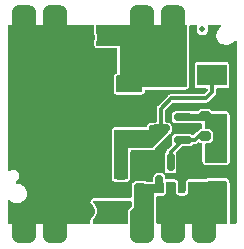
<source format=gbr>
%TF.GenerationSoftware,KiCad,Pcbnew,6.0.0-d3dd2cf0fa~116~ubuntu20.04.1*%
%TF.CreationDate,2022-02-06T14:44:08+01:00*%
%TF.ProjectId,vreg1,76726567-312e-46b6-9963-61645f706362,rev?*%
%TF.SameCoordinates,Original*%
%TF.FileFunction,Copper,L1,Top*%
%TF.FilePolarity,Positive*%
%FSLAX46Y46*%
G04 Gerber Fmt 4.6, Leading zero omitted, Abs format (unit mm)*
G04 Created by KiCad (PCBNEW 6.0.0-d3dd2cf0fa~116~ubuntu20.04.1) date 2022-02-06 14:44:08*
%MOMM*%
%LPD*%
G01*
G04 APERTURE LIST*
G04 Aperture macros list*
%AMRoundRect*
0 Rectangle with rounded corners*
0 $1 Rounding radius*
0 $2 $3 $4 $5 $6 $7 $8 $9 X,Y pos of 4 corners*
0 Add a 4 corners polygon primitive as box body*
4,1,4,$2,$3,$4,$5,$6,$7,$8,$9,$2,$3,0*
0 Add four circle primitives for the rounded corners*
1,1,$1+$1,$2,$3*
1,1,$1+$1,$4,$5*
1,1,$1+$1,$6,$7*
1,1,$1+$1,$8,$9*
0 Add four rect primitives between the rounded corners*
20,1,$1+$1,$2,$3,$4,$5,0*
20,1,$1+$1,$4,$5,$6,$7,0*
20,1,$1+$1,$6,$7,$8,$9,0*
20,1,$1+$1,$8,$9,$2,$3,0*%
G04 Aperture macros list end*
%TA.AperFunction,SMDPad,CuDef*%
%ADD10C,0.500000*%
%TD*%
%TA.AperFunction,SMDPad,CuDef*%
%ADD11RoundRect,0.200000X0.275000X-0.200000X0.275000X0.200000X-0.275000X0.200000X-0.275000X-0.200000X0*%
%TD*%
%TA.AperFunction,SMDPad,CuDef*%
%ADD12RoundRect,0.150000X0.150000X-0.587500X0.150000X0.587500X-0.150000X0.587500X-0.150000X-0.587500X0*%
%TD*%
%TA.AperFunction,ComponentPad*%
%ADD13RoundRect,0.500000X0.500000X-1.000000X0.500000X1.000000X-0.500000X1.000000X-0.500000X-1.000000X0*%
%TD*%
%TA.AperFunction,SMDPad,CuDef*%
%ADD14RoundRect,0.200000X-0.275000X0.200000X-0.275000X-0.200000X0.275000X-0.200000X0.275000X0.200000X0*%
%TD*%
%TA.AperFunction,ComponentPad*%
%ADD15RoundRect,0.500000X-0.500000X1.000000X-0.500000X-1.000000X0.500000X-1.000000X0.500000X1.000000X0*%
%TD*%
%TA.AperFunction,SMDPad,CuDef*%
%ADD16RoundRect,0.250000X0.625000X-0.375000X0.625000X0.375000X-0.625000X0.375000X-0.625000X-0.375000X0*%
%TD*%
%TA.AperFunction,SMDPad,CuDef*%
%ADD17RoundRect,0.150000X0.587500X0.150000X-0.587500X0.150000X-0.587500X-0.150000X0.587500X-0.150000X0*%
%TD*%
%TA.AperFunction,SMDPad,CuDef*%
%ADD18RoundRect,0.250000X0.325000X0.650000X-0.325000X0.650000X-0.325000X-0.650000X0.325000X-0.650000X0*%
%TD*%
%TA.AperFunction,SMDPad,CuDef*%
%ADD19RoundRect,0.225000X0.225000X0.250000X-0.225000X0.250000X-0.225000X-0.250000X0.225000X-0.250000X0*%
%TD*%
%TA.AperFunction,SMDPad,CuDef*%
%ADD20R,2.200000X1.200000*%
%TD*%
%TA.AperFunction,SMDPad,CuDef*%
%ADD21R,6.400000X5.800000*%
%TD*%
%TA.AperFunction,SMDPad,CuDef*%
%ADD22R,2.500000X1.800000*%
%TD*%
%TA.AperFunction,ComponentPad*%
%ADD23R,1.350000X1.350000*%
%TD*%
%TA.AperFunction,ComponentPad*%
%ADD24O,1.350000X1.350000*%
%TD*%
%TA.AperFunction,Conductor*%
%ADD25C,0.300000*%
%TD*%
G04 APERTURE END LIST*
D10*
%TO.P,FID2,*%
%TO.N,*%
X98200000Y-94000000D03*
%TD*%
%TO.P,FID1,*%
%TO.N,*%
X114000000Y-82400000D03*
%TD*%
D11*
%TO.P,R2,1*%
%TO.N,/EN*%
X108700000Y-95825000D03*
%TO.P,R2,2*%
%TO.N,GND*%
X108700000Y-94175000D03*
%TD*%
D12*
%TO.P,Q1,1,B*%
%TO.N,/EN*%
X110350000Y-95537500D03*
%TO.P,Q1,2,E*%
%TO.N,GND*%
X112250000Y-95537500D03*
%TO.P,Q1,3,C*%
%TO.N,Net-(Q1-Pad3)*%
X111300000Y-93662500D03*
%TD*%
D13*
%TO.P,TP5,1,1*%
%TO.N,/INPUT*%
X114100000Y-99000000D03*
%TD*%
D14*
%TO.P,R1,1*%
%TO.N,Net-(F1-Pad2)*%
X114200000Y-89775000D03*
%TO.P,R1,2*%
%TO.N,Net-(Q1-Pad3)*%
X114200000Y-91425000D03*
%TD*%
D13*
%TO.P,TP1,1,1*%
%TO.N,GND*%
X101500000Y-99000000D03*
%TD*%
D15*
%TO.P,TP4,1,1*%
%TO.N,/OUT*%
X108900000Y-81900000D03*
%TD*%
D16*
%TO.P,F1,1*%
%TO.N,/INPUT*%
X115200000Y-95800000D03*
%TO.P,F1,2*%
%TO.N,Net-(F1-Pad2)*%
X115200000Y-93000000D03*
%TD*%
D15*
%TO.P,TP6,1,1*%
%TO.N,GND*%
X98900000Y-81900000D03*
%TD*%
D13*
%TO.P,TP7,1,1*%
%TO.N,GND*%
X98900000Y-99000000D03*
%TD*%
D17*
%TO.P,Q2,1,G*%
%TO.N,Net-(Q1-Pad3)*%
X112337500Y-91750000D03*
%TO.P,Q2,2,S*%
%TO.N,Net-(F1-Pad2)*%
X112337500Y-89850000D03*
%TO.P,Q2,3,D*%
%TO.N,/IN*%
X110462500Y-90800000D03*
%TD*%
D15*
%TO.P,TP8,1,1*%
%TO.N,/OUT*%
X111500000Y-81900000D03*
%TD*%
D18*
%TO.P,C1,1*%
%TO.N,/IN*%
X107075000Y-94200000D03*
%TO.P,C1,2*%
%TO.N,GND*%
X104125000Y-94200000D03*
%TD*%
D19*
%TO.P,C2,1*%
%TO.N,/OUT*%
X107475000Y-85000000D03*
%TO.P,C2,2*%
%TO.N,GND*%
X105925000Y-85000000D03*
%TD*%
D20*
%TO.P,U1,1,IN*%
%TO.N,/IN*%
X107800000Y-91680000D03*
D21*
%TO.P,U1,2,GND*%
%TO.N,GND*%
X101500000Y-89400000D03*
D20*
%TO.P,U1,3,OUT*%
%TO.N,/OUT*%
X107800000Y-87120000D03*
%TD*%
D13*
%TO.P,TP9,1,1*%
%TO.N,/EN*%
X108900000Y-99000000D03*
%TD*%
%TO.P,TP2,1,1*%
%TO.N,/INPUT*%
X111500000Y-99000000D03*
%TD*%
D15*
%TO.P,TP3,1,1*%
%TO.N,GND*%
X101500000Y-81900000D03*
%TD*%
D22*
%TO.P,D1,1,K*%
%TO.N,/IN*%
X114800000Y-86300000D03*
%TO.P,D1,2,A*%
%TO.N,/OUT*%
X110800000Y-86300000D03*
%TD*%
D23*
%TO.P,J2,1,Pin_1*%
%TO.N,/OUT*%
X106200000Y-83100000D03*
D24*
%TO.P,J2,2,Pin_2*%
%TO.N,GND*%
X104200000Y-83100000D03*
%TD*%
D23*
%TO.P,J1,1,Pin_1*%
%TO.N,/INPUT*%
X106200000Y-97800000D03*
D24*
%TO.P,J1,2,Pin_2*%
%TO.N,GND*%
X104200000Y-97800000D03*
%TD*%
D25*
%TO.N,/IN*%
X110462500Y-90800000D02*
X110462500Y-89137500D01*
X111350000Y-88250000D02*
X114300000Y-88250000D01*
X114800000Y-87750000D02*
X114800000Y-86300000D01*
X110462500Y-89137500D02*
X111350000Y-88250000D01*
X114300000Y-88250000D02*
X114800000Y-87750000D01*
%TO.N,Net-(Q1-Pad3)*%
X113350000Y-91750000D02*
X112337500Y-91750000D01*
X111300000Y-93662500D02*
X111300000Y-92787500D01*
X113675000Y-91425000D02*
X113350000Y-91750000D01*
X114200000Y-91425000D02*
X113675000Y-91425000D01*
X111300000Y-92787500D02*
X112337500Y-91750000D01*
%TD*%
%TA.AperFunction,Conductor*%
%TO.N,Net-(F1-Pad2)*%
G36*
X116042121Y-89570002D02*
G01*
X116088614Y-89623658D01*
X116100000Y-89676000D01*
X116100000Y-93574000D01*
X116079998Y-93642121D01*
X116026342Y-93688614D01*
X115974000Y-93700000D01*
X114326000Y-93700000D01*
X114257879Y-93679998D01*
X114211386Y-93626342D01*
X114200000Y-93574000D01*
X114200000Y-92151499D01*
X114220002Y-92083378D01*
X114273658Y-92036885D01*
X114325999Y-92025499D01*
X114506518Y-92025499D01*
X114511412Y-92024724D01*
X114590506Y-92012198D01*
X114590508Y-92012197D01*
X114600304Y-92010646D01*
X114713342Y-91953050D01*
X114803050Y-91863342D01*
X114860646Y-91750304D01*
X114875500Y-91656519D01*
X114875499Y-91193482D01*
X114860646Y-91099696D01*
X114803050Y-90986658D01*
X114713342Y-90896950D01*
X114600304Y-90839354D01*
X114590515Y-90837804D01*
X114590513Y-90837803D01*
X114563151Y-90833470D01*
X114506519Y-90824500D01*
X114325999Y-90824500D01*
X114257880Y-90804499D01*
X114211387Y-90750844D01*
X114200000Y-90698501D01*
X114200000Y-90150000D01*
X112026000Y-90150000D01*
X111957879Y-90129998D01*
X111911386Y-90076342D01*
X111900000Y-90024000D01*
X111900000Y-89676000D01*
X111920002Y-89607879D01*
X111973658Y-89561386D01*
X112026000Y-89550000D01*
X115974000Y-89550000D01*
X116042121Y-89570002D01*
G37*
%TD.AperFunction*%
%TD*%
%TA.AperFunction,Conductor*%
%TO.N,/OUT*%
G36*
X112642121Y-82020002D02*
G01*
X112688614Y-82073658D01*
X112700000Y-82126000D01*
X112700000Y-87174000D01*
X112679998Y-87242121D01*
X112626342Y-87288614D01*
X112574000Y-87300000D01*
X108900000Y-87300000D01*
X108900000Y-87624000D01*
X108879998Y-87692121D01*
X108826342Y-87738614D01*
X108774000Y-87750000D01*
X106826000Y-87750000D01*
X106757879Y-87729998D01*
X106711386Y-87676342D01*
X106700000Y-87624000D01*
X106700000Y-86426000D01*
X106720002Y-86357879D01*
X106773658Y-86311386D01*
X106826000Y-86300000D01*
X107000000Y-86300000D01*
X107000000Y-83800000D01*
X105126000Y-83800000D01*
X105057879Y-83779998D01*
X105011386Y-83726342D01*
X105000000Y-83674000D01*
X105000000Y-83490984D01*
X105006167Y-83452048D01*
X105059045Y-83289308D01*
X105059045Y-83289306D01*
X105061085Y-83283029D01*
X105080322Y-83100000D01*
X105061085Y-82916971D01*
X105006167Y-82747951D01*
X105000000Y-82709016D01*
X105000000Y-82126000D01*
X105020002Y-82057879D01*
X105073658Y-82011386D01*
X105126000Y-82000000D01*
X112574000Y-82000000D01*
X112642121Y-82020002D01*
G37*
%TD.AperFunction*%
%TD*%
%TA.AperFunction,Conductor*%
%TO.N,/INPUT*%
G36*
X107942121Y-96920002D02*
G01*
X107988614Y-96973658D01*
X108000000Y-97026000D01*
X108000000Y-97357105D01*
X107979998Y-97425226D01*
X107963095Y-97446200D01*
X107868169Y-97541126D01*
X107850405Y-97555896D01*
X107848932Y-97556908D01*
X107842686Y-97560236D01*
X107789030Y-97606729D01*
X107771555Y-97623851D01*
X107728103Y-97701533D01*
X107708101Y-97769654D01*
X107707461Y-97774102D01*
X107707460Y-97774109D01*
X107704682Y-97793435D01*
X107700000Y-97826000D01*
X107700000Y-97933090D01*
X107699868Y-97938855D01*
X107699763Y-97941141D01*
X107699500Y-97944007D01*
X107699501Y-98458090D01*
X107699501Y-98774000D01*
X107679499Y-98842121D01*
X107625843Y-98888614D01*
X107573501Y-98900000D01*
X104826000Y-98900000D01*
X104757879Y-98879998D01*
X104711386Y-98826342D01*
X104700000Y-98774000D01*
X104700000Y-98583105D01*
X104720002Y-98514984D01*
X104751937Y-98481171D01*
X104789050Y-98454207D01*
X104912195Y-98317440D01*
X105004214Y-98158059D01*
X105061085Y-97983029D01*
X105080322Y-97800000D01*
X105061085Y-97616971D01*
X105057351Y-97605477D01*
X105006256Y-97448226D01*
X105004214Y-97441941D01*
X104912195Y-97282560D01*
X104789050Y-97145793D01*
X104764470Y-97127935D01*
X104721117Y-97071714D01*
X104715042Y-97000977D01*
X104748173Y-96938186D01*
X104809994Y-96903274D01*
X104838532Y-96900000D01*
X107874000Y-96900000D01*
X107942121Y-96920002D01*
G37*
%TD.AperFunction*%
%TA.AperFunction,Conductor*%
G36*
X111691621Y-95320002D02*
G01*
X111738114Y-95373658D01*
X111749500Y-95426000D01*
X111749500Y-96158218D01*
X111750170Y-96162768D01*
X111750170Y-96162771D01*
X111758216Y-96217426D01*
X111759642Y-96227112D01*
X111811068Y-96331855D01*
X111893650Y-96414293D01*
X111998482Y-96465536D01*
X112028973Y-96469984D01*
X112062256Y-96474840D01*
X112062260Y-96474840D01*
X112066782Y-96475500D01*
X112433218Y-96475500D01*
X112437768Y-96474830D01*
X112437771Y-96474830D01*
X112492426Y-96466784D01*
X112492427Y-96466784D01*
X112502112Y-96465358D01*
X112554241Y-96439764D01*
X112597507Y-96418522D01*
X112597509Y-96418521D01*
X112606855Y-96413932D01*
X112689293Y-96331350D01*
X112740536Y-96226518D01*
X112750500Y-96158218D01*
X112750500Y-95426000D01*
X112770502Y-95357879D01*
X112824158Y-95311386D01*
X112876500Y-95300000D01*
X115974000Y-95300000D01*
X116042121Y-95320002D01*
X116088614Y-95373658D01*
X116100000Y-95426000D01*
X116100000Y-98774000D01*
X116079998Y-98842121D01*
X116026342Y-98888614D01*
X115974000Y-98900000D01*
X110226499Y-98900000D01*
X110158378Y-98879998D01*
X110111885Y-98826342D01*
X110100499Y-98774000D01*
X110100499Y-97944008D01*
X110100235Y-97941139D01*
X110100132Y-97938881D01*
X110100000Y-97933115D01*
X110100000Y-96626000D01*
X110120002Y-96557879D01*
X110173658Y-96511386D01*
X110226000Y-96500000D01*
X110574000Y-96500000D01*
X110577346Y-96499640D01*
X110577352Y-96499640D01*
X110591436Y-96498126D01*
X110616512Y-96495430D01*
X110668854Y-96484044D01*
X110678762Y-96481622D01*
X110757314Y-96439764D01*
X110810970Y-96393271D01*
X110828445Y-96376149D01*
X110871897Y-96298467D01*
X110891899Y-96230346D01*
X110893757Y-96217426D01*
X110899361Y-96178448D01*
X110899361Y-96178441D01*
X110900000Y-96174000D01*
X110900000Y-95426000D01*
X110920002Y-95357879D01*
X110973658Y-95311386D01*
X111026000Y-95300000D01*
X111623500Y-95300000D01*
X111691621Y-95320002D01*
G37*
%TD.AperFunction*%
%TD*%
%TA.AperFunction,Conductor*%
%TO.N,GND*%
G36*
X104742121Y-82020002D02*
G01*
X104788614Y-82073658D01*
X104800000Y-82126000D01*
X104800000Y-82709016D01*
X104802463Y-82740304D01*
X104808630Y-82779239D01*
X104809205Y-82781635D01*
X104809207Y-82781644D01*
X104814440Y-82803438D01*
X104815956Y-82809754D01*
X104816721Y-82812109D01*
X104816724Y-82812119D01*
X104860285Y-82946185D01*
X104865762Y-82971950D01*
X104871455Y-83026108D01*
X104877837Y-83086829D01*
X104877837Y-83113167D01*
X104868766Y-83199467D01*
X104865762Y-83228049D01*
X104860285Y-83253814D01*
X104816720Y-83387891D01*
X104816716Y-83387904D01*
X104815956Y-83390244D01*
X104808629Y-83420760D01*
X104802462Y-83459696D01*
X104800000Y-83490984D01*
X104800000Y-83674000D01*
X104804570Y-83716512D01*
X104815956Y-83768854D01*
X104818378Y-83778762D01*
X104860236Y-83857314D01*
X104906729Y-83910970D01*
X104923851Y-83928445D01*
X105001533Y-83971897D01*
X105034998Y-83981723D01*
X105065331Y-83990630D01*
X105065335Y-83990631D01*
X105069654Y-83991899D01*
X105074102Y-83992539D01*
X105074109Y-83992540D01*
X105121552Y-83999361D01*
X105121559Y-83999361D01*
X105126000Y-84000000D01*
X106674000Y-84000000D01*
X106742121Y-84020002D01*
X106788614Y-84073658D01*
X106800000Y-84126000D01*
X106800000Y-86002593D01*
X106779998Y-86070714D01*
X106726465Y-86117100D01*
X106721238Y-86118378D01*
X106642686Y-86160236D01*
X106589030Y-86206729D01*
X106571555Y-86223851D01*
X106528103Y-86301533D01*
X106508101Y-86369654D01*
X106500000Y-86426000D01*
X106500000Y-86495174D01*
X106499833Y-86498578D01*
X106499500Y-86500252D01*
X106499500Y-87739748D01*
X106511133Y-87798231D01*
X106555448Y-87864552D01*
X106565761Y-87871443D01*
X106607751Y-87899500D01*
X106621769Y-87908867D01*
X106633938Y-87911288D01*
X106633939Y-87911288D01*
X106668317Y-87918126D01*
X106680252Y-87920500D01*
X106686439Y-87920500D01*
X106690206Y-87920871D01*
X106713354Y-87925368D01*
X106765331Y-87940630D01*
X106765335Y-87940631D01*
X106769654Y-87941899D01*
X106774102Y-87942539D01*
X106774109Y-87942540D01*
X106821552Y-87949361D01*
X106821559Y-87949361D01*
X106826000Y-87950000D01*
X108774000Y-87950000D01*
X108777346Y-87949640D01*
X108777352Y-87949640D01*
X108791436Y-87948126D01*
X108816512Y-87945430D01*
X108868854Y-87934044D01*
X108878762Y-87931622D01*
X108885714Y-87927918D01*
X108886441Y-87927640D01*
X108916741Y-87920500D01*
X108919748Y-87920500D01*
X108925815Y-87919293D01*
X108925817Y-87919293D01*
X108966061Y-87911288D01*
X108966062Y-87911288D01*
X108978231Y-87908867D01*
X108992250Y-87899500D01*
X109034239Y-87871443D01*
X109044552Y-87864552D01*
X109088867Y-87798231D01*
X109100500Y-87739748D01*
X109100500Y-87626000D01*
X109120502Y-87557879D01*
X109174158Y-87511386D01*
X109226500Y-87500000D01*
X112574000Y-87500000D01*
X112577346Y-87499640D01*
X112577352Y-87499640D01*
X112591436Y-87498126D01*
X112616512Y-87495430D01*
X112668854Y-87484044D01*
X112678762Y-87481622D01*
X112757314Y-87439764D01*
X112810970Y-87393271D01*
X112828445Y-87376149D01*
X112871897Y-87298467D01*
X112891899Y-87230346D01*
X112892540Y-87225891D01*
X112899361Y-87178448D01*
X112899361Y-87178441D01*
X112900000Y-87174000D01*
X112900000Y-82126000D01*
X112920002Y-82057879D01*
X112973658Y-82011386D01*
X113026000Y-82000000D01*
X113436485Y-82000000D01*
X113504606Y-82020002D01*
X113551099Y-82073658D01*
X113561203Y-82143932D01*
X113550539Y-82179550D01*
X113525314Y-82233278D01*
X113516447Y-82252163D01*
X113515066Y-82261035D01*
X113498597Y-82366812D01*
X113494391Y-82393823D01*
X113495555Y-82402725D01*
X113495555Y-82402728D01*
X113499789Y-82435102D01*
X113512980Y-82535979D01*
X113570720Y-82667203D01*
X113576497Y-82674076D01*
X113576498Y-82674077D01*
X113634221Y-82742747D01*
X113662970Y-82776948D01*
X113782313Y-82856390D01*
X113919157Y-82899142D01*
X113928129Y-82899306D01*
X113928132Y-82899307D01*
X113993463Y-82900504D01*
X114062499Y-82901770D01*
X114071533Y-82899307D01*
X114192158Y-82866421D01*
X114192160Y-82866420D01*
X114200817Y-82864060D01*
X114322991Y-82789045D01*
X114342874Y-82767079D01*
X114413178Y-82689407D01*
X114419200Y-82682754D01*
X114481710Y-82553733D01*
X114505496Y-82412354D01*
X114505647Y-82400000D01*
X114491778Y-82303156D01*
X114486596Y-82266968D01*
X114486595Y-82266965D01*
X114485323Y-82258082D01*
X114481609Y-82249913D01*
X114448981Y-82178151D01*
X114438995Y-82107860D01*
X114468596Y-82043329D01*
X114528386Y-82005045D01*
X114563682Y-82000000D01*
X115438753Y-82000000D01*
X115506874Y-82020002D01*
X115553367Y-82073658D01*
X115563471Y-82143932D01*
X115533977Y-82208512D01*
X115508482Y-82229940D01*
X115508638Y-82230145D01*
X115504511Y-82233278D01*
X115503648Y-82234003D01*
X115497352Y-82237786D01*
X115492392Y-82242477D01*
X115492390Y-82242478D01*
X115389062Y-82340191D01*
X115366877Y-82361170D01*
X115265940Y-82509694D01*
X115199252Y-82676427D01*
X115198138Y-82683157D01*
X115198137Y-82683160D01*
X115171037Y-82846854D01*
X115169922Y-82853591D01*
X115170279Y-82860407D01*
X115170279Y-82860411D01*
X115170594Y-82866421D01*
X115179321Y-83032921D01*
X115227008Y-83206049D01*
X115310760Y-83364898D01*
X115426668Y-83502058D01*
X115432091Y-83506205D01*
X115432093Y-83506206D01*
X115563905Y-83606984D01*
X115563909Y-83606987D01*
X115569326Y-83611128D01*
X115575506Y-83614010D01*
X115575508Y-83614011D01*
X115725900Y-83684140D01*
X115725903Y-83684141D01*
X115732077Y-83687020D01*
X115738725Y-83688506D01*
X115738728Y-83688507D01*
X115902290Y-83725067D01*
X115902291Y-83725067D01*
X115907328Y-83726193D01*
X115912819Y-83726500D01*
X116044866Y-83726500D01*
X116178525Y-83711980D01*
X116291382Y-83674000D01*
X116342257Y-83656879D01*
X116342259Y-83656878D01*
X116348722Y-83654703D01*
X116502648Y-83562214D01*
X116561875Y-83506206D01*
X116628165Y-83443519D01*
X116628167Y-83443517D01*
X116633123Y-83438830D01*
X116636956Y-83433190D01*
X116636961Y-83433184D01*
X116669788Y-83384880D01*
X116724621Y-83339781D01*
X116795131Y-83331487D01*
X116858932Y-83362630D01*
X116895768Y-83423322D01*
X116900000Y-83455702D01*
X116900000Y-98774000D01*
X116879998Y-98842121D01*
X116826342Y-98888614D01*
X116774000Y-98900000D01*
X116426000Y-98900000D01*
X116357879Y-98879998D01*
X116311386Y-98826342D01*
X116300000Y-98774000D01*
X116300000Y-95426000D01*
X116295430Y-95383488D01*
X116284044Y-95331146D01*
X116281622Y-95321238D01*
X116240489Y-95244047D01*
X116232805Y-95226542D01*
X116232361Y-95225276D01*
X116227634Y-95211816D01*
X116222042Y-95204246D01*
X116222041Y-95204243D01*
X116152742Y-95110421D01*
X116147150Y-95102850D01*
X116102163Y-95069622D01*
X116045757Y-95027959D01*
X116045754Y-95027958D01*
X116038184Y-95022366D01*
X115910369Y-94977481D01*
X115902723Y-94976758D01*
X115902722Y-94976758D01*
X115896752Y-94976194D01*
X115878834Y-94974500D01*
X114521166Y-94974500D01*
X114503248Y-94976194D01*
X114497278Y-94976758D01*
X114497277Y-94976758D01*
X114489631Y-94977481D01*
X114361816Y-95022366D01*
X114354246Y-95027958D01*
X114354243Y-95027959D01*
X114345159Y-95034669D01*
X114295834Y-95071102D01*
X114290081Y-95075351D01*
X114223403Y-95099734D01*
X114215221Y-95100000D01*
X112876500Y-95100000D01*
X112873154Y-95100360D01*
X112873148Y-95100360D01*
X112859064Y-95101874D01*
X112833988Y-95104570D01*
X112781646Y-95115956D01*
X112771738Y-95118378D01*
X112693186Y-95160236D01*
X112639530Y-95206729D01*
X112622055Y-95223851D01*
X112578603Y-95301533D01*
X112558601Y-95369654D01*
X112557961Y-95374102D01*
X112557960Y-95374109D01*
X112552222Y-95414026D01*
X112550500Y-95426000D01*
X112550500Y-96130722D01*
X112537700Y-96186055D01*
X112533440Y-96194770D01*
X112509423Y-96228444D01*
X112503647Y-96234230D01*
X112469991Y-96258323D01*
X112466099Y-96260234D01*
X112466097Y-96260235D01*
X112461273Y-96262604D01*
X112405743Y-96275500D01*
X112094279Y-96275500D01*
X112038945Y-96262700D01*
X112030228Y-96258439D01*
X111996548Y-96234415D01*
X111990766Y-96228643D01*
X111966682Y-96195002D01*
X111962396Y-96186272D01*
X111949500Y-96130743D01*
X111949500Y-95426000D01*
X111944930Y-95383488D01*
X111933544Y-95331146D01*
X111931122Y-95321238D01*
X111889264Y-95242686D01*
X111842771Y-95189030D01*
X111825649Y-95171555D01*
X111747967Y-95128103D01*
X111706598Y-95115956D01*
X111684169Y-95109370D01*
X111684165Y-95109369D01*
X111679846Y-95108101D01*
X111675398Y-95107461D01*
X111675391Y-95107460D01*
X111627948Y-95100639D01*
X111627941Y-95100639D01*
X111623500Y-95100000D01*
X111026000Y-95100000D01*
X110989967Y-95103874D01*
X110920100Y-95091268D01*
X110868138Y-95042890D01*
X110850500Y-94978596D01*
X110850500Y-94916782D01*
X110841871Y-94858162D01*
X110841784Y-94857574D01*
X110841784Y-94857573D01*
X110840358Y-94847888D01*
X110788932Y-94743145D01*
X110706350Y-94660707D01*
X110601518Y-94609464D01*
X110571027Y-94605016D01*
X110537744Y-94600160D01*
X110537740Y-94600160D01*
X110533218Y-94599500D01*
X110166782Y-94599500D01*
X110162232Y-94600170D01*
X110162229Y-94600170D01*
X110107574Y-94608216D01*
X110107573Y-94608216D01*
X110097888Y-94609642D01*
X110047992Y-94634140D01*
X110002493Y-94656478D01*
X110002491Y-94656479D01*
X109993145Y-94661068D01*
X109910707Y-94743650D01*
X109859464Y-94848482D01*
X109849500Y-94916782D01*
X109849500Y-95174000D01*
X109829498Y-95242121D01*
X109775842Y-95288614D01*
X109723500Y-95300000D01*
X109249579Y-95300000D01*
X109192376Y-95286267D01*
X109147261Y-95263280D01*
X109100304Y-95239354D01*
X109090515Y-95237804D01*
X109090513Y-95237803D01*
X109059195Y-95232843D01*
X109006519Y-95224500D01*
X108700062Y-95224500D01*
X108393482Y-95224501D01*
X108388589Y-95225276D01*
X108388588Y-95225276D01*
X108309494Y-95237802D01*
X108309492Y-95237803D01*
X108299696Y-95239354D01*
X108290859Y-95243857D01*
X108290858Y-95243857D01*
X108280912Y-95248925D01*
X108186658Y-95296950D01*
X108096950Y-95386658D01*
X108092446Y-95395498D01*
X108091723Y-95396493D01*
X108080681Y-95414026D01*
X108077989Y-95417547D01*
X108071555Y-95423851D01*
X108067157Y-95431714D01*
X108035662Y-95488020D01*
X108028103Y-95501533D01*
X108008101Y-95569654D01*
X108007461Y-95574102D01*
X108007460Y-95574109D01*
X108005338Y-95588872D01*
X108000000Y-95626000D01*
X108000000Y-96574000D01*
X107979998Y-96642121D01*
X107926342Y-96688614D01*
X107874000Y-96700000D01*
X104838532Y-96700000D01*
X104836756Y-96700102D01*
X104836739Y-96700102D01*
X104817538Y-96701200D01*
X104817536Y-96701200D01*
X104815737Y-96701303D01*
X104813946Y-96701509D01*
X104813940Y-96701509D01*
X104793456Y-96703859D01*
X104793454Y-96703859D01*
X104787199Y-96704577D01*
X104781213Y-96706522D01*
X104781208Y-96706523D01*
X104717638Y-96727178D01*
X104717634Y-96727180D01*
X104711647Y-96729125D01*
X104649826Y-96764037D01*
X104629299Y-96777348D01*
X104571286Y-96844853D01*
X104567985Y-96851109D01*
X104567983Y-96851112D01*
X104561431Y-96863530D01*
X104538155Y-96907644D01*
X104528084Y-96929937D01*
X104526839Y-96938855D01*
X104526838Y-96938858D01*
X104516754Y-97011083D01*
X104515776Y-97018090D01*
X104521851Y-97088827D01*
X104525431Y-97113031D01*
X104529207Y-97121211D01*
X104529208Y-97121214D01*
X104559771Y-97187419D01*
X104562737Y-97193844D01*
X104567055Y-97199444D01*
X104567057Y-97199447D01*
X104598222Y-97239862D01*
X104606090Y-97250065D01*
X104609306Y-97253191D01*
X104609311Y-97253196D01*
X104643696Y-97286612D01*
X104646915Y-97289740D01*
X104650006Y-97291985D01*
X104662002Y-97303588D01*
X104740639Y-97390924D01*
X104756121Y-97412233D01*
X104813877Y-97512267D01*
X104824591Y-97536332D01*
X104860285Y-97646187D01*
X104865762Y-97671951D01*
X104877837Y-97786828D01*
X104877837Y-97813172D01*
X104865762Y-97928049D01*
X104860285Y-97953813D01*
X104824592Y-98063665D01*
X104813878Y-98087730D01*
X104756119Y-98187770D01*
X104740639Y-98209076D01*
X104663343Y-98294922D01*
X104643777Y-98312540D01*
X104634380Y-98319367D01*
X104606535Y-98343845D01*
X104574600Y-98377658D01*
X104528103Y-98458638D01*
X104508101Y-98526759D01*
X104500000Y-98583105D01*
X104500000Y-98774000D01*
X104479998Y-98842121D01*
X104426342Y-98888614D01*
X104374000Y-98900000D01*
X97626000Y-98900000D01*
X97557879Y-98879998D01*
X97511386Y-98826342D01*
X97500000Y-98774000D01*
X97500000Y-96978144D01*
X97520002Y-96910023D01*
X97573658Y-96863530D01*
X97643932Y-96853426D01*
X97708512Y-96882920D01*
X97722238Y-96896816D01*
X97726668Y-96902058D01*
X97732091Y-96906205D01*
X97732093Y-96906206D01*
X97863905Y-97006984D01*
X97863909Y-97006987D01*
X97869326Y-97011128D01*
X97875506Y-97014010D01*
X97875508Y-97014011D01*
X98025900Y-97084140D01*
X98025903Y-97084141D01*
X98032077Y-97087020D01*
X98038725Y-97088506D01*
X98038728Y-97088507D01*
X98202290Y-97125067D01*
X98202291Y-97125067D01*
X98207328Y-97126193D01*
X98212819Y-97126500D01*
X98344866Y-97126500D01*
X98478525Y-97111980D01*
X98561251Y-97084140D01*
X98642257Y-97056879D01*
X98642259Y-97056878D01*
X98648722Y-97054703D01*
X98802648Y-96962214D01*
X98807610Y-96957522D01*
X98928165Y-96843519D01*
X98928167Y-96843517D01*
X98933123Y-96838830D01*
X99034060Y-96690306D01*
X99100748Y-96523573D01*
X99130078Y-96346409D01*
X99126186Y-96272138D01*
X99121036Y-96173892D01*
X99120679Y-96167079D01*
X99072992Y-95993951D01*
X98989240Y-95835102D01*
X98873332Y-95697942D01*
X98800783Y-95642474D01*
X98736095Y-95593016D01*
X98736091Y-95593013D01*
X98730674Y-95588872D01*
X98724494Y-95585990D01*
X98724492Y-95585989D01*
X98574100Y-95515860D01*
X98574097Y-95515859D01*
X98567923Y-95512980D01*
X98561275Y-95511494D01*
X98561272Y-95511493D01*
X98397710Y-95474933D01*
X98397709Y-95474933D01*
X98392672Y-95473807D01*
X98387181Y-95473500D01*
X98305728Y-95473500D01*
X98237607Y-95453498D01*
X98191114Y-95399842D01*
X98181010Y-95329568D01*
X98210504Y-95264988D01*
X98239799Y-95240125D01*
X98263983Y-95225276D01*
X98322991Y-95189045D01*
X98344878Y-95164865D01*
X98413178Y-95089407D01*
X98419200Y-95082754D01*
X98471513Y-94974779D01*
X98477795Y-94961814D01*
X98477795Y-94961813D01*
X98481710Y-94953733D01*
X98490105Y-94903834D01*
X106299500Y-94903834D01*
X106299779Y-94906781D01*
X106299860Y-94908508D01*
X106300000Y-94914441D01*
X106300000Y-94974000D01*
X106304570Y-95016512D01*
X106315956Y-95068854D01*
X106318378Y-95078762D01*
X106360236Y-95157314D01*
X106406729Y-95210970D01*
X106423851Y-95228445D01*
X106464912Y-95251413D01*
X106478600Y-95259069D01*
X106501533Y-95271897D01*
X106534654Y-95281622D01*
X106565331Y-95290630D01*
X106565335Y-95290631D01*
X106569654Y-95291899D01*
X106574102Y-95292539D01*
X106574109Y-95292540D01*
X106621552Y-95299361D01*
X106621559Y-95299361D01*
X106626000Y-95300000D01*
X106685559Y-95300000D01*
X106691492Y-95300140D01*
X106693219Y-95300221D01*
X106696166Y-95300500D01*
X107453834Y-95300500D01*
X107456781Y-95300221D01*
X107458508Y-95300140D01*
X107464441Y-95300000D01*
X107574000Y-95300000D01*
X107577346Y-95299640D01*
X107577352Y-95299640D01*
X107591436Y-95298126D01*
X107616512Y-95295430D01*
X107668854Y-95284044D01*
X107678762Y-95281622D01*
X107757314Y-95239764D01*
X107810970Y-95193271D01*
X107828445Y-95176149D01*
X107862206Y-95115792D01*
X107868442Y-95104644D01*
X107868442Y-95104643D01*
X107871897Y-95098467D01*
X107891899Y-95030346D01*
X107892540Y-95025891D01*
X107899361Y-94978448D01*
X107899361Y-94978441D01*
X107900000Y-94974000D01*
X107900000Y-94283218D01*
X110799500Y-94283218D01*
X110800170Y-94287768D01*
X110800170Y-94287771D01*
X110808216Y-94342426D01*
X110809642Y-94352112D01*
X110813958Y-94360902D01*
X110845803Y-94425763D01*
X110861068Y-94456855D01*
X110868438Y-94464212D01*
X110931909Y-94527572D01*
X110943650Y-94539293D01*
X111048482Y-94590536D01*
X111078973Y-94594984D01*
X111112256Y-94599840D01*
X111112260Y-94599840D01*
X111116782Y-94600500D01*
X111483218Y-94600500D01*
X111487768Y-94599830D01*
X111487771Y-94599830D01*
X111542426Y-94591784D01*
X111542427Y-94591784D01*
X111552112Y-94590358D01*
X111646804Y-94543867D01*
X111647507Y-94543522D01*
X111647509Y-94543521D01*
X111656855Y-94538932D01*
X111739293Y-94456350D01*
X111790536Y-94351518D01*
X111798065Y-94299907D01*
X111799840Y-94287744D01*
X111799840Y-94287740D01*
X111800500Y-94283218D01*
X111800500Y-93041782D01*
X111791871Y-92983162D01*
X111791784Y-92982574D01*
X111791784Y-92982573D01*
X111790358Y-92972888D01*
X111786042Y-92964097D01*
X111770782Y-92933015D01*
X111758716Y-92863052D01*
X111786390Y-92797671D01*
X111794791Y-92788391D01*
X112295777Y-92287405D01*
X112358089Y-92253379D01*
X112384872Y-92250500D01*
X112958218Y-92250500D01*
X112962768Y-92249830D01*
X112962771Y-92249830D01*
X113017426Y-92241784D01*
X113017427Y-92241784D01*
X113027112Y-92240358D01*
X113077008Y-92215860D01*
X113122507Y-92193522D01*
X113122509Y-92193521D01*
X113131855Y-92188932D01*
X113139212Y-92181562D01*
X113139215Y-92181560D01*
X113183215Y-92137483D01*
X113245497Y-92103403D01*
X113272388Y-92100500D01*
X113299176Y-92100500D01*
X113318275Y-92102533D01*
X113323083Y-92102760D01*
X113333261Y-92104951D01*
X113363491Y-92101373D01*
X113368746Y-92101063D01*
X113368735Y-92100928D01*
X113373914Y-92100500D01*
X113379115Y-92100500D01*
X113384243Y-92099646D01*
X113384249Y-92099646D01*
X113396473Y-92097611D01*
X113402349Y-92096774D01*
X113438799Y-92092460D01*
X113438801Y-92092460D01*
X113449138Y-92091236D01*
X113456758Y-92087577D01*
X113465103Y-92086188D01*
X113506584Y-92063806D01*
X113511870Y-92061113D01*
X113554326Y-92040726D01*
X113558274Y-92037408D01*
X113560207Y-92035475D01*
X113561804Y-92034010D01*
X113562294Y-92033746D01*
X113562313Y-92033766D01*
X113562402Y-92033687D01*
X113567794Y-92030778D01*
X113589956Y-92006803D01*
X113650884Y-91970360D01*
X113721844Y-91972641D01*
X113739680Y-91980066D01*
X113799696Y-92010646D01*
X113809485Y-92012196D01*
X113809487Y-92012197D01*
X113893481Y-92025500D01*
X113893114Y-92027814D01*
X113950430Y-92049721D01*
X113992517Y-92106899D01*
X113998745Y-92151499D01*
X114000000Y-92151499D01*
X114000000Y-93574000D01*
X114004570Y-93616512D01*
X114015956Y-93668854D01*
X114018378Y-93678762D01*
X114060236Y-93757314D01*
X114106729Y-93810970D01*
X114123851Y-93828445D01*
X114201533Y-93871897D01*
X114234654Y-93881622D01*
X114265331Y-93890630D01*
X114265335Y-93890631D01*
X114269654Y-93891899D01*
X114274102Y-93892539D01*
X114274109Y-93892540D01*
X114321552Y-93899361D01*
X114321559Y-93899361D01*
X114326000Y-93900000D01*
X115974000Y-93900000D01*
X115977346Y-93899640D01*
X115977352Y-93899640D01*
X115991436Y-93898126D01*
X116016512Y-93895430D01*
X116068854Y-93884044D01*
X116078762Y-93881622D01*
X116157314Y-93839764D01*
X116210970Y-93793271D01*
X116228445Y-93776149D01*
X116271897Y-93698467D01*
X116291899Y-93630346D01*
X116293888Y-93616512D01*
X116299361Y-93578448D01*
X116299361Y-93578441D01*
X116300000Y-93574000D01*
X116300000Y-89676000D01*
X116295430Y-89633488D01*
X116284044Y-89581146D01*
X116281622Y-89571238D01*
X116239764Y-89492686D01*
X116193271Y-89439030D01*
X116176149Y-89421555D01*
X116098467Y-89378103D01*
X116065002Y-89368277D01*
X116034669Y-89359370D01*
X116034665Y-89359369D01*
X116030346Y-89358101D01*
X116025898Y-89357461D01*
X116025891Y-89357460D01*
X115978448Y-89350639D01*
X115978441Y-89350639D01*
X115974000Y-89350000D01*
X114868582Y-89350000D01*
X114800461Y-89329998D01*
X114779487Y-89313095D01*
X114713342Y-89246950D01*
X114600304Y-89189354D01*
X114590515Y-89187804D01*
X114590513Y-89187803D01*
X114563151Y-89183470D01*
X114506519Y-89174500D01*
X114200062Y-89174500D01*
X113893482Y-89174501D01*
X113888589Y-89175276D01*
X113888588Y-89175276D01*
X113809494Y-89187802D01*
X113809492Y-89187803D01*
X113799696Y-89189354D01*
X113686658Y-89246950D01*
X113620513Y-89313095D01*
X113558201Y-89347121D01*
X113531418Y-89350000D01*
X112965109Y-89350000D01*
X112960502Y-89349833D01*
X112958218Y-89349500D01*
X111716782Y-89349500D01*
X111712232Y-89350170D01*
X111712229Y-89350170D01*
X111657574Y-89358216D01*
X111657573Y-89358216D01*
X111647888Y-89359642D01*
X111610287Y-89378103D01*
X111552493Y-89406478D01*
X111552491Y-89406479D01*
X111543145Y-89411068D01*
X111460707Y-89493650D01*
X111409464Y-89598482D01*
X111408052Y-89608162D01*
X111403867Y-89636851D01*
X111399500Y-89666782D01*
X111399500Y-90033218D01*
X111409642Y-90102112D01*
X111413958Y-90110902D01*
X111444692Y-90173500D01*
X111461068Y-90206855D01*
X111543650Y-90289293D01*
X111553006Y-90293866D01*
X111553007Y-90293867D01*
X111574165Y-90304209D01*
X111648482Y-90340536D01*
X111678973Y-90344984D01*
X111712256Y-90349840D01*
X111712260Y-90349840D01*
X111716782Y-90350500D01*
X112958218Y-90350500D01*
X112960482Y-90350167D01*
X112965046Y-90350000D01*
X113751994Y-90350000D01*
X113790894Y-90356161D01*
X113799696Y-90360646D01*
X113809489Y-90362197D01*
X113893481Y-90375500D01*
X113893104Y-90377881D01*
X113950183Y-90399607D01*
X113992348Y-90456727D01*
X114000000Y-90499967D01*
X114000000Y-90698501D01*
X113998666Y-90698501D01*
X113983580Y-90762367D01*
X113932495Y-90811670D01*
X113893236Y-90822950D01*
X113893482Y-90824501D01*
X113809494Y-90837802D01*
X113809492Y-90837803D01*
X113799696Y-90839354D01*
X113686658Y-90896950D01*
X113596950Y-90986658D01*
X113592450Y-90995489D01*
X113592446Y-90995495D01*
X113557609Y-91063866D01*
X113508861Y-91115481D01*
X113499885Y-91120246D01*
X113477820Y-91130841D01*
X113477813Y-91130845D01*
X113470673Y-91134274D01*
X113466726Y-91137592D01*
X113464791Y-91139527D01*
X113463196Y-91140990D01*
X113462706Y-91141254D01*
X113462687Y-91141234D01*
X113462598Y-91141313D01*
X113457206Y-91144222D01*
X113450136Y-91151870D01*
X113450135Y-91151871D01*
X113423545Y-91180636D01*
X113420116Y-91184202D01*
X113300256Y-91304062D01*
X113237944Y-91338088D01*
X113167129Y-91333023D01*
X113138438Y-91317783D01*
X113131350Y-91310707D01*
X113026518Y-91259464D01*
X112996027Y-91255016D01*
X112962744Y-91250160D01*
X112962740Y-91250160D01*
X112958218Y-91249500D01*
X111716782Y-91249500D01*
X111712232Y-91250170D01*
X111712229Y-91250170D01*
X111657574Y-91258216D01*
X111657573Y-91258216D01*
X111647888Y-91259642D01*
X111601898Y-91282222D01*
X111552493Y-91306478D01*
X111552491Y-91306479D01*
X111543145Y-91311068D01*
X111460707Y-91393650D01*
X111409464Y-91498482D01*
X111399500Y-91566782D01*
X111399500Y-91933218D01*
X111400170Y-91937768D01*
X111400170Y-91937771D01*
X111406397Y-91980067D01*
X111409642Y-92002112D01*
X111413958Y-92010902D01*
X111413958Y-92010903D01*
X111429218Y-92041985D01*
X111441284Y-92111948D01*
X111413610Y-92177329D01*
X111405209Y-92186609D01*
X111088101Y-92503717D01*
X111073147Y-92515795D01*
X111069595Y-92519027D01*
X111060848Y-92524675D01*
X111054402Y-92532852D01*
X111041998Y-92548586D01*
X111038501Y-92552521D01*
X111038605Y-92552609D01*
X111035250Y-92556568D01*
X111031572Y-92560246D01*
X111028553Y-92564471D01*
X111028546Y-92564479D01*
X111021328Y-92574580D01*
X111017764Y-92579327D01*
X110988608Y-92616311D01*
X110985807Y-92624287D01*
X110980889Y-92631169D01*
X110967381Y-92676336D01*
X110965559Y-92681942D01*
X110952572Y-92718923D01*
X110952571Y-92718929D01*
X110949945Y-92726406D01*
X110949500Y-92731544D01*
X110949500Y-92733193D01*
X110947593Y-92742051D01*
X110946499Y-92741816D01*
X110926632Y-92800036D01*
X110912852Y-92816413D01*
X110860707Y-92868650D01*
X110809464Y-92973482D01*
X110799500Y-93041782D01*
X110799500Y-94283218D01*
X107900000Y-94283218D01*
X107900000Y-92776000D01*
X107920002Y-92707879D01*
X107973658Y-92661386D01*
X108026000Y-92650000D01*
X109745055Y-92650000D01*
X109770110Y-92648424D01*
X109801432Y-92644469D01*
X109807560Y-92642362D01*
X109807563Y-92642361D01*
X109872531Y-92620020D01*
X109872532Y-92620020D01*
X109878658Y-92617913D01*
X109884225Y-92614600D01*
X109935807Y-92583903D01*
X109935810Y-92583901D01*
X109939668Y-92581605D01*
X109983946Y-92545827D01*
X110897262Y-91562256D01*
X111131883Y-91309588D01*
X111168684Y-91282222D01*
X111247507Y-91243522D01*
X111247509Y-91243521D01*
X111256855Y-91238932D01*
X111339293Y-91156350D01*
X111390536Y-91051518D01*
X111400500Y-90983218D01*
X111400500Y-90616782D01*
X111390358Y-90547888D01*
X111364566Y-90495356D01*
X111343522Y-90452493D01*
X111343521Y-90452491D01*
X111338932Y-90443145D01*
X111256350Y-90360707D01*
X111234119Y-90349840D01*
X111206296Y-90336240D01*
X111151518Y-90309464D01*
X111115497Y-90304209D01*
X111087744Y-90300160D01*
X111087740Y-90300160D01*
X111083218Y-90299500D01*
X110939000Y-90299500D01*
X110870879Y-90279498D01*
X110824386Y-90225842D01*
X110813000Y-90173500D01*
X110813000Y-89334872D01*
X110833002Y-89266751D01*
X110849905Y-89245777D01*
X111458277Y-88637405D01*
X111520589Y-88603379D01*
X111547372Y-88600500D01*
X114249176Y-88600500D01*
X114268275Y-88602533D01*
X114273083Y-88602760D01*
X114283261Y-88604951D01*
X114313491Y-88601373D01*
X114318746Y-88601063D01*
X114318735Y-88600928D01*
X114323914Y-88600500D01*
X114329115Y-88600500D01*
X114334243Y-88599646D01*
X114334249Y-88599646D01*
X114346473Y-88597611D01*
X114352349Y-88596774D01*
X114388799Y-88592460D01*
X114388801Y-88592460D01*
X114399138Y-88591236D01*
X114406758Y-88587577D01*
X114415103Y-88586188D01*
X114456584Y-88563806D01*
X114461870Y-88561113D01*
X114504326Y-88540726D01*
X114508274Y-88537408D01*
X114510207Y-88535475D01*
X114511804Y-88534010D01*
X114512294Y-88533746D01*
X114512313Y-88533766D01*
X114512402Y-88533687D01*
X114517794Y-88530778D01*
X114551456Y-88494363D01*
X114554885Y-88490797D01*
X115011899Y-88033783D01*
X115026858Y-88021701D01*
X115030405Y-88018473D01*
X115039152Y-88012825D01*
X115058005Y-87988910D01*
X115061498Y-87984980D01*
X115061394Y-87984892D01*
X115064753Y-87980928D01*
X115068428Y-87977253D01*
X115078179Y-87963609D01*
X115078656Y-87962941D01*
X115082219Y-87958195D01*
X115094560Y-87942540D01*
X115111392Y-87921189D01*
X115114193Y-87913213D01*
X115119111Y-87906331D01*
X115132619Y-87861164D01*
X115134441Y-87855558D01*
X115147428Y-87818577D01*
X115147429Y-87818571D01*
X115150055Y-87811094D01*
X115150500Y-87805956D01*
X115150500Y-87803237D01*
X115150595Y-87801055D01*
X115150755Y-87800520D01*
X115150782Y-87800521D01*
X115150789Y-87800403D01*
X115152544Y-87794536D01*
X115150597Y-87744981D01*
X115150500Y-87740034D01*
X115150500Y-87526500D01*
X115170502Y-87458379D01*
X115224158Y-87411886D01*
X115276500Y-87400500D01*
X116069748Y-87400500D01*
X116075816Y-87399293D01*
X116116061Y-87391288D01*
X116116062Y-87391288D01*
X116128231Y-87388867D01*
X116194552Y-87344552D01*
X116238867Y-87278231D01*
X116250500Y-87219748D01*
X116250500Y-85380252D01*
X116238867Y-85321769D01*
X116194552Y-85255448D01*
X116128231Y-85211133D01*
X116116062Y-85208712D01*
X116116061Y-85208712D01*
X116075816Y-85200707D01*
X116069748Y-85199500D01*
X113530252Y-85199500D01*
X113524184Y-85200707D01*
X113483939Y-85208712D01*
X113483938Y-85208712D01*
X113471769Y-85211133D01*
X113405448Y-85255448D01*
X113361133Y-85321769D01*
X113349500Y-85380252D01*
X113349500Y-87219748D01*
X113361133Y-87278231D01*
X113405448Y-87344552D01*
X113471769Y-87388867D01*
X113483938Y-87391288D01*
X113483939Y-87391288D01*
X113524184Y-87399293D01*
X113530252Y-87400500D01*
X114323500Y-87400500D01*
X114391621Y-87420502D01*
X114438114Y-87474158D01*
X114449500Y-87526500D01*
X114449500Y-87552628D01*
X114429498Y-87620749D01*
X114412595Y-87641723D01*
X114191723Y-87862595D01*
X114129411Y-87896621D01*
X114102628Y-87899500D01*
X111400826Y-87899500D01*
X111381727Y-87897467D01*
X111376923Y-87897240D01*
X111366740Y-87895048D01*
X111356398Y-87896272D01*
X111336501Y-87898627D01*
X111331253Y-87898936D01*
X111331264Y-87899072D01*
X111326085Y-87899500D01*
X111320885Y-87899500D01*
X111315759Y-87900353D01*
X111315750Y-87900354D01*
X111303537Y-87902387D01*
X111297661Y-87903224D01*
X111261203Y-87907539D01*
X111261202Y-87907539D01*
X111250862Y-87908763D01*
X111243239Y-87912424D01*
X111234897Y-87913812D01*
X111225735Y-87918756D01*
X111225734Y-87918756D01*
X111221225Y-87921189D01*
X111193416Y-87936194D01*
X111188169Y-87938867D01*
X111145674Y-87959273D01*
X111141726Y-87962592D01*
X111139797Y-87964521D01*
X111138196Y-87965990D01*
X111137719Y-87966247D01*
X111137698Y-87966224D01*
X111137597Y-87966313D01*
X111132206Y-87969222D01*
X111125136Y-87976870D01*
X111125135Y-87976871D01*
X111098545Y-88005636D01*
X111095116Y-88009202D01*
X110250601Y-88853717D01*
X110235647Y-88865795D01*
X110232095Y-88869027D01*
X110223348Y-88874675D01*
X110216902Y-88882852D01*
X110204498Y-88898586D01*
X110201001Y-88902521D01*
X110201105Y-88902609D01*
X110197750Y-88906568D01*
X110194072Y-88910246D01*
X110191053Y-88914471D01*
X110191046Y-88914479D01*
X110183828Y-88924580D01*
X110180264Y-88929327D01*
X110151108Y-88966311D01*
X110148307Y-88974287D01*
X110143389Y-88981169D01*
X110129881Y-89026336D01*
X110128059Y-89031942D01*
X110115072Y-89068923D01*
X110115071Y-89068929D01*
X110112445Y-89076406D01*
X110112000Y-89081544D01*
X110112000Y-89084263D01*
X110111905Y-89086445D01*
X110111745Y-89086980D01*
X110111718Y-89086979D01*
X110111711Y-89087097D01*
X110109956Y-89092964D01*
X110110365Y-89103372D01*
X110111903Y-89142519D01*
X110112000Y-89147466D01*
X110112000Y-90173500D01*
X110091998Y-90241621D01*
X110038342Y-90288114D01*
X109986000Y-90299500D01*
X109841782Y-90299500D01*
X109839518Y-90299833D01*
X109834954Y-90300000D01*
X109626000Y-90300000D01*
X109622654Y-90300360D01*
X109622648Y-90300360D01*
X109608564Y-90301874D01*
X109583488Y-90304570D01*
X109531146Y-90315956D01*
X109521238Y-90318378D01*
X109442686Y-90360236D01*
X109389030Y-90406729D01*
X109371555Y-90423851D01*
X109328103Y-90501533D01*
X109308101Y-90569654D01*
X109307460Y-90574111D01*
X109307458Y-90574121D01*
X109304897Y-90591932D01*
X109275404Y-90656513D01*
X109215678Y-90694896D01*
X109180180Y-90700000D01*
X106626000Y-90700000D01*
X106622654Y-90700360D01*
X106622648Y-90700360D01*
X106608564Y-90701874D01*
X106583488Y-90704570D01*
X106531146Y-90715956D01*
X106521238Y-90718378D01*
X106442686Y-90760236D01*
X106389030Y-90806729D01*
X106371555Y-90823851D01*
X106328103Y-90901533D01*
X106308101Y-90969654D01*
X106307461Y-90974102D01*
X106307460Y-90974109D01*
X106304386Y-90995495D01*
X106300000Y-91026000D01*
X106300000Y-93485559D01*
X106299860Y-93491492D01*
X106299779Y-93493219D01*
X106299500Y-93496166D01*
X106299500Y-94903834D01*
X98490105Y-94903834D01*
X98505496Y-94812354D01*
X98505647Y-94800000D01*
X98496451Y-94735788D01*
X98486596Y-94666968D01*
X98486595Y-94666965D01*
X98485323Y-94658082D01*
X98425984Y-94527572D01*
X98407598Y-94506234D01*
X98338260Y-94425763D01*
X98338257Y-94425760D01*
X98332400Y-94418963D01*
X98212095Y-94340985D01*
X98074739Y-94299907D01*
X98065763Y-94299852D01*
X98065762Y-94299852D01*
X98005555Y-94299484D01*
X97931376Y-94299031D01*
X97793529Y-94338428D01*
X97771841Y-94352112D01*
X97693235Y-94401708D01*
X97624950Y-94421142D01*
X97556998Y-94400572D01*
X97510954Y-94346531D01*
X97500000Y-94295146D01*
X97500000Y-82126000D01*
X97520002Y-82057879D01*
X97573658Y-82011386D01*
X97626000Y-82000000D01*
X104674000Y-82000000D01*
X104742121Y-82020002D01*
G37*
%TD.AperFunction*%
%TD*%
%TA.AperFunction,Conductor*%
%TO.N,/IN*%
G36*
X110707562Y-90520002D02*
G01*
X110737830Y-90547288D01*
X111053620Y-90942025D01*
X111080555Y-91007712D01*
X111067701Y-91077535D01*
X111047562Y-91106472D01*
X109837387Y-92409737D01*
X109776377Y-92446045D01*
X109745055Y-92450000D01*
X107700000Y-92450000D01*
X107700000Y-94974000D01*
X107679998Y-95042121D01*
X107626342Y-95088614D01*
X107574000Y-95100000D01*
X106626000Y-95100000D01*
X106557879Y-95079998D01*
X106511386Y-95026342D01*
X106500000Y-94974000D01*
X106500000Y-91026000D01*
X106520002Y-90957879D01*
X106573658Y-90911386D01*
X106626000Y-90900000D01*
X109500000Y-90900000D01*
X109500000Y-90626000D01*
X109520002Y-90557879D01*
X109573658Y-90511386D01*
X109626000Y-90500000D01*
X110639441Y-90500000D01*
X110707562Y-90520002D01*
G37*
%TD.AperFunction*%
%TD*%
%TA.AperFunction,Conductor*%
%TO.N,/EN*%
G36*
X110642121Y-95320002D02*
G01*
X110688614Y-95373658D01*
X110700000Y-95426000D01*
X110700000Y-96174000D01*
X110679998Y-96242121D01*
X110626342Y-96288614D01*
X110574000Y-96300000D01*
X109900000Y-96300000D01*
X109900000Y-98774000D01*
X109879998Y-98842121D01*
X109826342Y-98888614D01*
X109774000Y-98900000D01*
X108026000Y-98900000D01*
X107957879Y-98879998D01*
X107911386Y-98826342D01*
X107900000Y-98774000D01*
X107900000Y-97826000D01*
X107920002Y-97757879D01*
X107973658Y-97711386D01*
X108026000Y-97700000D01*
X108200000Y-97700000D01*
X108200000Y-95626000D01*
X108220002Y-95557879D01*
X108273658Y-95511386D01*
X108326000Y-95500000D01*
X110000000Y-95500000D01*
X110000000Y-95426000D01*
X110020002Y-95357879D01*
X110073658Y-95311386D01*
X110126000Y-95300000D01*
X110574000Y-95300000D01*
X110642121Y-95320002D01*
G37*
%TD.AperFunction*%
%TD*%
M02*

</source>
